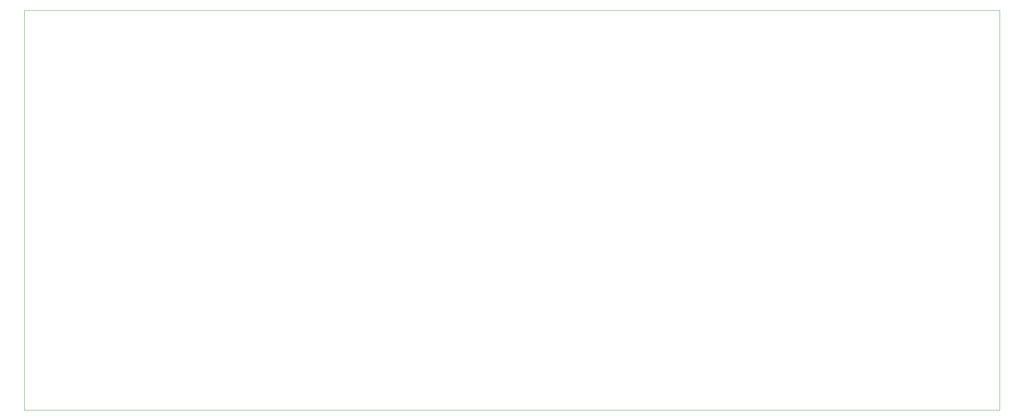
<source format=gm1>
G04 #@! TF.GenerationSoftware,KiCad,Pcbnew,5.1.7-a382d34a8~88~ubuntu18.04.1*
G04 #@! TF.CreationDate,2021-06-16T01:22:41+03:00*
G04 #@! TF.ProjectId,controller,636f6e74-726f-46c6-9c65-722e6b696361,rev?*
G04 #@! TF.SameCoordinates,Original*
G04 #@! TF.FileFunction,Profile,NP*
%FSLAX46Y46*%
G04 Gerber Fmt 4.6, Leading zero omitted, Abs format (unit mm)*
G04 Created by KiCad (PCBNEW 5.1.7-a382d34a8~88~ubuntu18.04.1) date 2021-06-16 01:22:41*
%MOMM*%
%LPD*%
G01*
G04 APERTURE LIST*
G04 #@! TA.AperFunction,Profile*
%ADD10C,0.050000*%
G04 #@! TD*
G04 APERTURE END LIST*
D10*
X17780000Y-134620000D02*
X17780000Y-134874000D01*
X241300000Y-134620000D02*
X241300000Y-134874000D01*
X17780000Y-43180000D02*
X20320000Y-43180000D01*
X17780000Y-134620000D02*
X17780000Y-43180000D01*
X241300000Y-134874000D02*
X17780000Y-134874000D01*
X241300000Y-132080000D02*
X241300000Y-134620000D01*
X241300000Y-43180000D02*
X241300000Y-132080000D01*
X20320000Y-43180000D02*
X241300000Y-43180000D01*
M02*

</source>
